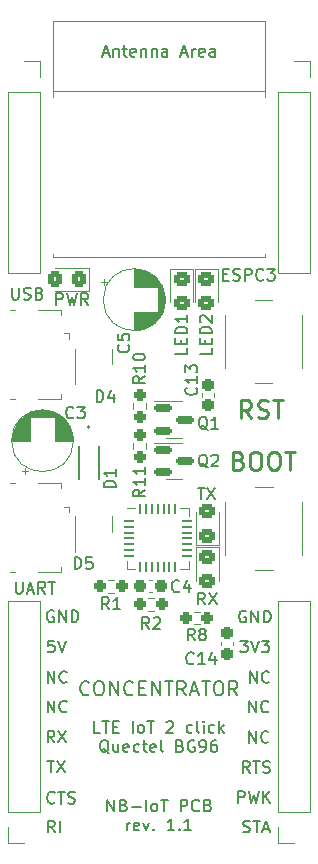
<source format=gto>
%TF.GenerationSoftware,KiCad,Pcbnew,(6.0.8)*%
%TF.CreationDate,2023-01-13T13:27:25+01:00*%
%TF.ProjectId,NB-IoT_PCB_rev_1_1,4e422d49-6f54-45f5-9043-425f7265765f,rev?*%
%TF.SameCoordinates,Original*%
%TF.FileFunction,Legend,Top*%
%TF.FilePolarity,Positive*%
%FSLAX46Y46*%
G04 Gerber Fmt 4.6, Leading zero omitted, Abs format (unit mm)*
G04 Created by KiCad (PCBNEW (6.0.8)) date 2023-01-13 13:27:25*
%MOMM*%
%LPD*%
G01*
G04 APERTURE LIST*
G04 Aperture macros list*
%AMRoundRect*
0 Rectangle with rounded corners*
0 $1 Rounding radius*
0 $2 $3 $4 $5 $6 $7 $8 $9 X,Y pos of 4 corners*
0 Add a 4 corners polygon primitive as box body*
4,1,4,$2,$3,$4,$5,$6,$7,$8,$9,$2,$3,0*
0 Add four circle primitives for the rounded corners*
1,1,$1+$1,$2,$3*
1,1,$1+$1,$4,$5*
1,1,$1+$1,$6,$7*
1,1,$1+$1,$8,$9*
0 Add four rect primitives between the rounded corners*
20,1,$1+$1,$2,$3,$4,$5,0*
20,1,$1+$1,$4,$5,$6,$7,0*
20,1,$1+$1,$6,$7,$8,$9,0*
20,1,$1+$1,$8,$9,$2,$3,0*%
G04 Aperture macros list end*
%ADD10C,0.150000*%
%ADD11C,0.200000*%
%ADD12C,0.250000*%
%ADD13C,0.120000*%
%ADD14C,0.127000*%
%ADD15C,0.800000*%
%ADD16C,6.400000*%
%ADD17R,1.700000X1.700000*%
%ADD18O,1.700000X1.700000*%
%ADD19O,0.950000X1.250000*%
%ADD20R,1.550000X1.200000*%
%ADD21R,1.550000X1.500000*%
%ADD22O,1.550000X0.890000*%
%ADD23R,1.350000X0.400000*%
%ADD24R,1.600000X1.600000*%
%ADD25C,1.600000*%
%ADD26RoundRect,0.250000X-0.450000X0.325000X-0.450000X-0.325000X0.450000X-0.325000X0.450000X0.325000X0*%
%ADD27RoundRect,0.250000X0.325000X0.450000X-0.325000X0.450000X-0.325000X-0.450000X0.325000X-0.450000X0*%
%ADD28RoundRect,0.150000X-0.587500X-0.150000X0.587500X-0.150000X0.587500X0.150000X-0.587500X0.150000X0*%
%ADD29RoundRect,0.237500X-0.237500X0.250000X-0.237500X-0.250000X0.237500X-0.250000X0.237500X0.250000X0*%
%ADD30RoundRect,0.237500X-0.237500X0.300000X-0.237500X-0.300000X0.237500X-0.300000X0.237500X0.300000X0*%
%ADD31RoundRect,0.237500X-0.250000X-0.237500X0.250000X-0.237500X0.250000X0.237500X-0.250000X0.237500X0*%
%ADD32R,3.350000X3.350000*%
%ADD33RoundRect,0.062500X-0.062500X-0.337500X0.062500X-0.337500X0.062500X0.337500X-0.062500X0.337500X0*%
%ADD34RoundRect,0.062500X-0.337500X-0.062500X0.337500X-0.062500X0.337500X0.062500X-0.337500X0.062500X0*%
%ADD35RoundRect,0.237500X0.250000X0.237500X-0.250000X0.237500X-0.250000X-0.237500X0.250000X-0.237500X0*%
%ADD36RoundRect,0.237500X0.237500X-0.300000X0.237500X0.300000X-0.237500X0.300000X-0.237500X-0.300000X0*%
%ADD37RoundRect,0.250000X0.450000X-0.325000X0.450000X0.325000X-0.450000X0.325000X-0.450000X-0.325000X0*%
%ADD38R,0.730000X1.210000*%
%ADD39C,2.000000*%
%ADD40R,1.500000X0.900000*%
%ADD41R,0.700000X0.700000*%
%ADD42RoundRect,0.237500X0.300000X0.237500X-0.300000X0.237500X-0.300000X-0.237500X0.300000X-0.237500X0*%
%ADD43R,1.000000X1.700000*%
%ADD44R,0.600000X1.700000*%
%ADD45RoundRect,0.237500X0.237500X-0.250000X0.237500X0.250000X-0.237500X0.250000X-0.237500X-0.250000X0*%
G04 APERTURE END LIST*
D10*
X102748095Y-155540000D02*
X102652857Y-155492380D01*
X102510000Y-155492380D01*
X102367142Y-155540000D01*
X102271904Y-155635238D01*
X102224285Y-155730476D01*
X102176666Y-155920952D01*
X102176666Y-156063809D01*
X102224285Y-156254285D01*
X102271904Y-156349523D01*
X102367142Y-156444761D01*
X102510000Y-156492380D01*
X102605238Y-156492380D01*
X102748095Y-156444761D01*
X102795714Y-156397142D01*
X102795714Y-156063809D01*
X102605238Y-156063809D01*
X103224285Y-156492380D02*
X103224285Y-155492380D01*
X103795714Y-156492380D01*
X103795714Y-155492380D01*
X104271904Y-156492380D02*
X104271904Y-155492380D01*
X104510000Y-155492380D01*
X104652857Y-155540000D01*
X104748095Y-155635238D01*
X104795714Y-155730476D01*
X104843333Y-155920952D01*
X104843333Y-156063809D01*
X104795714Y-156254285D01*
X104748095Y-156349523D01*
X104652857Y-156444761D01*
X104510000Y-156492380D01*
X104271904Y-156492380D01*
X102236685Y-161640780D02*
X102236685Y-160640780D01*
X102808114Y-161640780D01*
X102808114Y-160640780D01*
X103855733Y-161545542D02*
X103808114Y-161593161D01*
X103665257Y-161640780D01*
X103570019Y-161640780D01*
X103427161Y-161593161D01*
X103331923Y-161497923D01*
X103284304Y-161402685D01*
X103236685Y-161212209D01*
X103236685Y-161069352D01*
X103284304Y-160878876D01*
X103331923Y-160783638D01*
X103427161Y-160688400D01*
X103570019Y-160640780D01*
X103665257Y-160640780D01*
X103808114Y-160688400D01*
X103855733Y-160736019D01*
X106682209Y-165857180D02*
X106206019Y-165857180D01*
X106206019Y-164857180D01*
X106872685Y-164857180D02*
X107444114Y-164857180D01*
X107158400Y-165857180D02*
X107158400Y-164857180D01*
X107777447Y-165333371D02*
X108110780Y-165333371D01*
X108253638Y-165857180D02*
X107777447Y-165857180D01*
X107777447Y-164857180D01*
X108253638Y-164857180D01*
X109444114Y-165857180D02*
X109444114Y-164857180D01*
X110063161Y-165857180D02*
X109967923Y-165809561D01*
X109920304Y-165761942D01*
X109872685Y-165666704D01*
X109872685Y-165380990D01*
X109920304Y-165285752D01*
X109967923Y-165238133D01*
X110063161Y-165190514D01*
X110206019Y-165190514D01*
X110301257Y-165238133D01*
X110348876Y-165285752D01*
X110396495Y-165380990D01*
X110396495Y-165666704D01*
X110348876Y-165761942D01*
X110301257Y-165809561D01*
X110206019Y-165857180D01*
X110063161Y-165857180D01*
X110682209Y-164857180D02*
X111253638Y-164857180D01*
X110967923Y-165857180D02*
X110967923Y-164857180D01*
X112301257Y-164952419D02*
X112348876Y-164904800D01*
X112444114Y-164857180D01*
X112682209Y-164857180D01*
X112777447Y-164904800D01*
X112825066Y-164952419D01*
X112872685Y-165047657D01*
X112872685Y-165142895D01*
X112825066Y-165285752D01*
X112253638Y-165857180D01*
X112872685Y-165857180D01*
X114491733Y-165809561D02*
X114396495Y-165857180D01*
X114206019Y-165857180D01*
X114110780Y-165809561D01*
X114063161Y-165761942D01*
X114015542Y-165666704D01*
X114015542Y-165380990D01*
X114063161Y-165285752D01*
X114110780Y-165238133D01*
X114206019Y-165190514D01*
X114396495Y-165190514D01*
X114491733Y-165238133D01*
X115063161Y-165857180D02*
X114967923Y-165809561D01*
X114920304Y-165714323D01*
X114920304Y-164857180D01*
X115444114Y-165857180D02*
X115444114Y-165190514D01*
X115444114Y-164857180D02*
X115396495Y-164904800D01*
X115444114Y-164952419D01*
X115491733Y-164904800D01*
X115444114Y-164857180D01*
X115444114Y-164952419D01*
X116348876Y-165809561D02*
X116253638Y-165857180D01*
X116063161Y-165857180D01*
X115967923Y-165809561D01*
X115920304Y-165761942D01*
X115872685Y-165666704D01*
X115872685Y-165380990D01*
X115920304Y-165285752D01*
X115967923Y-165238133D01*
X116063161Y-165190514D01*
X116253638Y-165190514D01*
X116348876Y-165238133D01*
X116777447Y-165857180D02*
X116777447Y-164857180D01*
X116872685Y-165476228D02*
X117158400Y-165857180D01*
X117158400Y-165190514D02*
X116777447Y-165571466D01*
X107420304Y-167578019D02*
X107325066Y-167530400D01*
X107229828Y-167435161D01*
X107086971Y-167292304D01*
X106991733Y-167244685D01*
X106896495Y-167244685D01*
X106944114Y-167482780D02*
X106848876Y-167435161D01*
X106753638Y-167339923D01*
X106706019Y-167149447D01*
X106706019Y-166816114D01*
X106753638Y-166625638D01*
X106848876Y-166530400D01*
X106944114Y-166482780D01*
X107134590Y-166482780D01*
X107229828Y-166530400D01*
X107325066Y-166625638D01*
X107372685Y-166816114D01*
X107372685Y-167149447D01*
X107325066Y-167339923D01*
X107229828Y-167435161D01*
X107134590Y-167482780D01*
X106944114Y-167482780D01*
X108229828Y-166816114D02*
X108229828Y-167482780D01*
X107801257Y-166816114D02*
X107801257Y-167339923D01*
X107848876Y-167435161D01*
X107944114Y-167482780D01*
X108086971Y-167482780D01*
X108182209Y-167435161D01*
X108229828Y-167387542D01*
X109086971Y-167435161D02*
X108991733Y-167482780D01*
X108801257Y-167482780D01*
X108706019Y-167435161D01*
X108658400Y-167339923D01*
X108658400Y-166958971D01*
X108706019Y-166863733D01*
X108801257Y-166816114D01*
X108991733Y-166816114D01*
X109086971Y-166863733D01*
X109134590Y-166958971D01*
X109134590Y-167054209D01*
X108658400Y-167149447D01*
X109991733Y-167435161D02*
X109896495Y-167482780D01*
X109706019Y-167482780D01*
X109610780Y-167435161D01*
X109563161Y-167387542D01*
X109515542Y-167292304D01*
X109515542Y-167006590D01*
X109563161Y-166911352D01*
X109610780Y-166863733D01*
X109706019Y-166816114D01*
X109896495Y-166816114D01*
X109991733Y-166863733D01*
X110277447Y-166816114D02*
X110658400Y-166816114D01*
X110420304Y-166482780D02*
X110420304Y-167339923D01*
X110467923Y-167435161D01*
X110563161Y-167482780D01*
X110658400Y-167482780D01*
X111372685Y-167435161D02*
X111277447Y-167482780D01*
X111086971Y-167482780D01*
X110991733Y-167435161D01*
X110944114Y-167339923D01*
X110944114Y-166958971D01*
X110991733Y-166863733D01*
X111086971Y-166816114D01*
X111277447Y-166816114D01*
X111372685Y-166863733D01*
X111420304Y-166958971D01*
X111420304Y-167054209D01*
X110944114Y-167149447D01*
X111991733Y-167482780D02*
X111896495Y-167435161D01*
X111848876Y-167339923D01*
X111848876Y-166482780D01*
X113467923Y-166958971D02*
X113610780Y-167006590D01*
X113658400Y-167054209D01*
X113706019Y-167149447D01*
X113706019Y-167292304D01*
X113658400Y-167387542D01*
X113610780Y-167435161D01*
X113515542Y-167482780D01*
X113134590Y-167482780D01*
X113134590Y-166482780D01*
X113467923Y-166482780D01*
X113563161Y-166530400D01*
X113610780Y-166578019D01*
X113658400Y-166673257D01*
X113658400Y-166768495D01*
X113610780Y-166863733D01*
X113563161Y-166911352D01*
X113467923Y-166958971D01*
X113134590Y-166958971D01*
X114658400Y-166530400D02*
X114563161Y-166482780D01*
X114420304Y-166482780D01*
X114277447Y-166530400D01*
X114182209Y-166625638D01*
X114134590Y-166720876D01*
X114086971Y-166911352D01*
X114086971Y-167054209D01*
X114134590Y-167244685D01*
X114182209Y-167339923D01*
X114277447Y-167435161D01*
X114420304Y-167482780D01*
X114515542Y-167482780D01*
X114658400Y-167435161D01*
X114706019Y-167387542D01*
X114706019Y-167054209D01*
X114515542Y-167054209D01*
X115182209Y-167482780D02*
X115372685Y-167482780D01*
X115467923Y-167435161D01*
X115515542Y-167387542D01*
X115610780Y-167244685D01*
X115658400Y-167054209D01*
X115658400Y-166673257D01*
X115610780Y-166578019D01*
X115563161Y-166530400D01*
X115467923Y-166482780D01*
X115277447Y-166482780D01*
X115182209Y-166530400D01*
X115134590Y-166578019D01*
X115086971Y-166673257D01*
X115086971Y-166911352D01*
X115134590Y-167006590D01*
X115182209Y-167054209D01*
X115277447Y-167101828D01*
X115467923Y-167101828D01*
X115563161Y-167054209D01*
X115610780Y-167006590D01*
X115658400Y-166911352D01*
X116515542Y-166482780D02*
X116325066Y-166482780D01*
X116229828Y-166530400D01*
X116182209Y-166578019D01*
X116086971Y-166720876D01*
X116039352Y-166911352D01*
X116039352Y-167292304D01*
X116086971Y-167387542D01*
X116134590Y-167435161D01*
X116229828Y-167482780D01*
X116420304Y-167482780D01*
X116515542Y-167435161D01*
X116563161Y-167387542D01*
X116610780Y-167292304D01*
X116610780Y-167054209D01*
X116563161Y-166958971D01*
X116515542Y-166911352D01*
X116420304Y-166863733D01*
X116229828Y-166863733D01*
X116134590Y-166911352D01*
X116086971Y-166958971D01*
X116039352Y-167054209D01*
X102830380Y-171756342D02*
X102782761Y-171803961D01*
X102639904Y-171851580D01*
X102544666Y-171851580D01*
X102401809Y-171803961D01*
X102306571Y-171708723D01*
X102258952Y-171613485D01*
X102211333Y-171423009D01*
X102211333Y-171280152D01*
X102258952Y-171089676D01*
X102306571Y-170994438D01*
X102401809Y-170899200D01*
X102544666Y-170851580D01*
X102639904Y-170851580D01*
X102782761Y-170899200D01*
X102830380Y-170946819D01*
X103116095Y-170851580D02*
X103687523Y-170851580D01*
X103401809Y-171851580D02*
X103401809Y-170851580D01*
X103973238Y-171803961D02*
X104116095Y-171851580D01*
X104354190Y-171851580D01*
X104449428Y-171803961D01*
X104497047Y-171756342D01*
X104544666Y-171661104D01*
X104544666Y-171565866D01*
X104497047Y-171470628D01*
X104449428Y-171423009D01*
X104354190Y-171375390D01*
X104163714Y-171327771D01*
X104068476Y-171280152D01*
X104020857Y-171232533D01*
X103973238Y-171137295D01*
X103973238Y-171042057D01*
X104020857Y-170946819D01*
X104068476Y-170899200D01*
X104163714Y-170851580D01*
X104401809Y-170851580D01*
X104544666Y-170899200D01*
X119305485Y-164129980D02*
X119305485Y-163129980D01*
X119876914Y-164129980D01*
X119876914Y-163129980D01*
X120924533Y-164034742D02*
X120876914Y-164082361D01*
X120734057Y-164129980D01*
X120638819Y-164129980D01*
X120495961Y-164082361D01*
X120400723Y-163987123D01*
X120353104Y-163891885D01*
X120305485Y-163701409D01*
X120305485Y-163558552D01*
X120353104Y-163368076D01*
X120400723Y-163272838D01*
X120495961Y-163177600D01*
X120638819Y-163129980D01*
X120734057Y-163129980D01*
X120876914Y-163177600D01*
X120924533Y-163225219D01*
X102839828Y-174289980D02*
X102506495Y-173813790D01*
X102268400Y-174289980D02*
X102268400Y-173289980D01*
X102649352Y-173289980D01*
X102744590Y-173337600D01*
X102792209Y-173385219D01*
X102839828Y-173480457D01*
X102839828Y-173623314D01*
X102792209Y-173718552D01*
X102744590Y-173766171D01*
X102649352Y-173813790D01*
X102268400Y-173813790D01*
X103268400Y-174289980D02*
X103268400Y-173289980D01*
X118351466Y-171800780D02*
X118351466Y-170800780D01*
X118732419Y-170800780D01*
X118827657Y-170848400D01*
X118875276Y-170896019D01*
X118922895Y-170991257D01*
X118922895Y-171134114D01*
X118875276Y-171229352D01*
X118827657Y-171276971D01*
X118732419Y-171324590D01*
X118351466Y-171324590D01*
X119256228Y-170800780D02*
X119494323Y-171800780D01*
X119684800Y-171086495D01*
X119875276Y-171800780D01*
X120113371Y-170800780D01*
X120494323Y-171800780D02*
X120494323Y-170800780D01*
X121065752Y-171800780D02*
X120637180Y-171229352D01*
X121065752Y-170800780D02*
X120494323Y-171372209D01*
X102209695Y-168209980D02*
X102781123Y-168209980D01*
X102495409Y-169209980D02*
X102495409Y-168209980D01*
X103019219Y-168209980D02*
X103685885Y-169209980D01*
X103685885Y-168209980D02*
X103019219Y-169209980D01*
D11*
X117083333Y-127048571D02*
X117416666Y-127048571D01*
X117559523Y-127572380D02*
X117083333Y-127572380D01*
X117083333Y-126572380D01*
X117559523Y-126572380D01*
X117940476Y-127524761D02*
X118083333Y-127572380D01*
X118321428Y-127572380D01*
X118416666Y-127524761D01*
X118464285Y-127477142D01*
X118511904Y-127381904D01*
X118511904Y-127286666D01*
X118464285Y-127191428D01*
X118416666Y-127143809D01*
X118321428Y-127096190D01*
X118130952Y-127048571D01*
X118035714Y-127000952D01*
X117988095Y-126953333D01*
X117940476Y-126858095D01*
X117940476Y-126762857D01*
X117988095Y-126667619D01*
X118035714Y-126620000D01*
X118130952Y-126572380D01*
X118369047Y-126572380D01*
X118511904Y-126620000D01*
X118940476Y-127572380D02*
X118940476Y-126572380D01*
X119321428Y-126572380D01*
X119416666Y-126620000D01*
X119464285Y-126667619D01*
X119511904Y-126762857D01*
X119511904Y-126905714D01*
X119464285Y-127000952D01*
X119416666Y-127048571D01*
X119321428Y-127096190D01*
X118940476Y-127096190D01*
X120511904Y-127477142D02*
X120464285Y-127524761D01*
X120321428Y-127572380D01*
X120226190Y-127572380D01*
X120083333Y-127524761D01*
X119988095Y-127429523D01*
X119940476Y-127334285D01*
X119892857Y-127143809D01*
X119892857Y-127000952D01*
X119940476Y-126810476D01*
X119988095Y-126715238D01*
X120083333Y-126620000D01*
X120226190Y-126572380D01*
X120321428Y-126572380D01*
X120464285Y-126620000D01*
X120511904Y-126667619D01*
X120845238Y-126572380D02*
X121464285Y-126572380D01*
X121130952Y-126953333D01*
X121273809Y-126953333D01*
X121369047Y-127000952D01*
X121416666Y-127048571D01*
X121464285Y-127143809D01*
X121464285Y-127381904D01*
X121416666Y-127477142D01*
X121369047Y-127524761D01*
X121273809Y-127572380D01*
X120988095Y-127572380D01*
X120892857Y-127524761D01*
X120845238Y-127477142D01*
D10*
X118548304Y-158049980D02*
X119167352Y-158049980D01*
X118834019Y-158430933D01*
X118976876Y-158430933D01*
X119072114Y-158478552D01*
X119119733Y-158526171D01*
X119167352Y-158621409D01*
X119167352Y-158859504D01*
X119119733Y-158954742D01*
X119072114Y-159002361D01*
X118976876Y-159049980D01*
X118691161Y-159049980D01*
X118595923Y-159002361D01*
X118548304Y-158954742D01*
X119453066Y-158049980D02*
X119786400Y-159049980D01*
X120119733Y-158049980D01*
X120357828Y-158049980D02*
X120976876Y-158049980D01*
X120643542Y-158430933D01*
X120786400Y-158430933D01*
X120881638Y-158478552D01*
X120929257Y-158526171D01*
X120976876Y-158621409D01*
X120976876Y-158859504D01*
X120929257Y-158954742D01*
X120881638Y-159002361D01*
X120786400Y-159049980D01*
X120500685Y-159049980D01*
X120405447Y-159002361D01*
X120357828Y-158954742D01*
X107301257Y-172519780D02*
X107301257Y-171519780D01*
X107872685Y-172519780D01*
X107872685Y-171519780D01*
X108682209Y-171995971D02*
X108825066Y-172043590D01*
X108872685Y-172091209D01*
X108920304Y-172186447D01*
X108920304Y-172329304D01*
X108872685Y-172424542D01*
X108825066Y-172472161D01*
X108729828Y-172519780D01*
X108348876Y-172519780D01*
X108348876Y-171519780D01*
X108682209Y-171519780D01*
X108777447Y-171567400D01*
X108825066Y-171615019D01*
X108872685Y-171710257D01*
X108872685Y-171805495D01*
X108825066Y-171900733D01*
X108777447Y-171948352D01*
X108682209Y-171995971D01*
X108348876Y-171995971D01*
X109348876Y-172138828D02*
X110110780Y-172138828D01*
X110586971Y-172519780D02*
X110586971Y-171519780D01*
X111206019Y-172519780D02*
X111110780Y-172472161D01*
X111063161Y-172424542D01*
X111015542Y-172329304D01*
X111015542Y-172043590D01*
X111063161Y-171948352D01*
X111110780Y-171900733D01*
X111206019Y-171853114D01*
X111348876Y-171853114D01*
X111444114Y-171900733D01*
X111491733Y-171948352D01*
X111539352Y-172043590D01*
X111539352Y-172329304D01*
X111491733Y-172424542D01*
X111444114Y-172472161D01*
X111348876Y-172519780D01*
X111206019Y-172519780D01*
X111825066Y-171519780D02*
X112396495Y-171519780D01*
X112110780Y-172519780D02*
X112110780Y-171519780D01*
X113491733Y-172519780D02*
X113491733Y-171519780D01*
X113872685Y-171519780D01*
X113967923Y-171567400D01*
X114015542Y-171615019D01*
X114063161Y-171710257D01*
X114063161Y-171853114D01*
X114015542Y-171948352D01*
X113967923Y-171995971D01*
X113872685Y-172043590D01*
X113491733Y-172043590D01*
X115063161Y-172424542D02*
X115015542Y-172472161D01*
X114872685Y-172519780D01*
X114777447Y-172519780D01*
X114634590Y-172472161D01*
X114539352Y-172376923D01*
X114491733Y-172281685D01*
X114444114Y-172091209D01*
X114444114Y-171948352D01*
X114491733Y-171757876D01*
X114539352Y-171662638D01*
X114634590Y-171567400D01*
X114777447Y-171519780D01*
X114872685Y-171519780D01*
X115015542Y-171567400D01*
X115063161Y-171615019D01*
X115825066Y-171995971D02*
X115967923Y-172043590D01*
X116015542Y-172091209D01*
X116063161Y-172186447D01*
X116063161Y-172329304D01*
X116015542Y-172424542D01*
X115967923Y-172472161D01*
X115872685Y-172519780D01*
X115491733Y-172519780D01*
X115491733Y-171519780D01*
X115825066Y-171519780D01*
X115920304Y-171567400D01*
X115967923Y-171615019D01*
X116015542Y-171710257D01*
X116015542Y-171805495D01*
X115967923Y-171900733D01*
X115920304Y-171948352D01*
X115825066Y-171995971D01*
X115491733Y-171995971D01*
X108967923Y-174129780D02*
X108967923Y-173463114D01*
X108967923Y-173653590D02*
X109015542Y-173558352D01*
X109063161Y-173510733D01*
X109158400Y-173463114D01*
X109253638Y-173463114D01*
X109967923Y-174082161D02*
X109872685Y-174129780D01*
X109682209Y-174129780D01*
X109586971Y-174082161D01*
X109539352Y-173986923D01*
X109539352Y-173605971D01*
X109586971Y-173510733D01*
X109682209Y-173463114D01*
X109872685Y-173463114D01*
X109967923Y-173510733D01*
X110015542Y-173605971D01*
X110015542Y-173701209D01*
X109539352Y-173796447D01*
X110348876Y-173463114D02*
X110586971Y-174129780D01*
X110825066Y-173463114D01*
X111206019Y-174034542D02*
X111253638Y-174082161D01*
X111206019Y-174129780D01*
X111158400Y-174082161D01*
X111206019Y-174034542D01*
X111206019Y-174129780D01*
X112967923Y-174129780D02*
X112396495Y-174129780D01*
X112682209Y-174129780D02*
X112682209Y-173129780D01*
X112586971Y-173272638D01*
X112491733Y-173367876D01*
X112396495Y-173415495D01*
X113396495Y-174034542D02*
X113444114Y-174082161D01*
X113396495Y-174129780D01*
X113348876Y-174082161D01*
X113396495Y-174034542D01*
X113396495Y-174129780D01*
X114396495Y-174129780D02*
X113825066Y-174129780D01*
X114110780Y-174129780D02*
X114110780Y-173129780D01*
X114015542Y-173272638D01*
X113920304Y-173367876D01*
X113825066Y-173415495D01*
D11*
X102959066Y-129636780D02*
X102959066Y-128636780D01*
X103340019Y-128636780D01*
X103435257Y-128684400D01*
X103482876Y-128732019D01*
X103530495Y-128827257D01*
X103530495Y-128970114D01*
X103482876Y-129065352D01*
X103435257Y-129112971D01*
X103340019Y-129160590D01*
X102959066Y-129160590D01*
X103863828Y-128636780D02*
X104101923Y-129636780D01*
X104292400Y-128922495D01*
X104482876Y-129636780D01*
X104720971Y-128636780D01*
X105673352Y-129636780D02*
X105340019Y-129160590D01*
X105101923Y-129636780D02*
X105101923Y-128636780D01*
X105482876Y-128636780D01*
X105578114Y-128684400D01*
X105625733Y-128732019D01*
X105673352Y-128827257D01*
X105673352Y-128970114D01*
X105625733Y-129065352D01*
X105578114Y-129112971D01*
X105482876Y-129160590D01*
X105101923Y-129160590D01*
D10*
X119340380Y-169260780D02*
X119007047Y-168784590D01*
X118768952Y-169260780D02*
X118768952Y-168260780D01*
X119149904Y-168260780D01*
X119245142Y-168308400D01*
X119292761Y-168356019D01*
X119340380Y-168451257D01*
X119340380Y-168594114D01*
X119292761Y-168689352D01*
X119245142Y-168736971D01*
X119149904Y-168784590D01*
X118768952Y-168784590D01*
X119626095Y-168260780D02*
X120197523Y-168260780D01*
X119911809Y-169260780D02*
X119911809Y-168260780D01*
X120483238Y-169213161D02*
X120626095Y-169260780D01*
X120864190Y-169260780D01*
X120959428Y-169213161D01*
X121007047Y-169165542D01*
X121054666Y-169070304D01*
X121054666Y-168975066D01*
X121007047Y-168879828D01*
X120959428Y-168832209D01*
X120864190Y-168784590D01*
X120673714Y-168736971D01*
X120578476Y-168689352D01*
X120530857Y-168641733D01*
X120483238Y-168546495D01*
X120483238Y-168451257D01*
X120530857Y-168356019D01*
X120578476Y-168308400D01*
X120673714Y-168260780D01*
X120911809Y-168260780D01*
X121054666Y-168308400D01*
X119024495Y-155557600D02*
X118929257Y-155509980D01*
X118786400Y-155509980D01*
X118643542Y-155557600D01*
X118548304Y-155652838D01*
X118500685Y-155748076D01*
X118453066Y-155938552D01*
X118453066Y-156081409D01*
X118500685Y-156271885D01*
X118548304Y-156367123D01*
X118643542Y-156462361D01*
X118786400Y-156509980D01*
X118881638Y-156509980D01*
X119024495Y-156462361D01*
X119072114Y-156414742D01*
X119072114Y-156081409D01*
X118881638Y-156081409D01*
X119500685Y-156509980D02*
X119500685Y-155509980D01*
X120072114Y-156509980D01*
X120072114Y-155509980D01*
X120548304Y-156509980D02*
X120548304Y-155509980D01*
X120786400Y-155509980D01*
X120929257Y-155557600D01*
X121024495Y-155652838D01*
X121072114Y-155748076D01*
X121119733Y-155938552D01*
X121119733Y-156081409D01*
X121072114Y-156271885D01*
X121024495Y-156367123D01*
X120929257Y-156462361D01*
X120786400Y-156509980D01*
X120548304Y-156509980D01*
X102236685Y-164129980D02*
X102236685Y-163129980D01*
X102808114Y-164129980D01*
X102808114Y-163129980D01*
X103855733Y-164034742D02*
X103808114Y-164082361D01*
X103665257Y-164129980D01*
X103570019Y-164129980D01*
X103427161Y-164082361D01*
X103331923Y-163987123D01*
X103284304Y-163891885D01*
X103236685Y-163701409D01*
X103236685Y-163558552D01*
X103284304Y-163368076D01*
X103331923Y-163272838D01*
X103427161Y-163177600D01*
X103570019Y-163129980D01*
X103665257Y-163129980D01*
X103808114Y-163177600D01*
X103855733Y-163225219D01*
X102804933Y-166669980D02*
X102471600Y-166193790D01*
X102233504Y-166669980D02*
X102233504Y-165669980D01*
X102614457Y-165669980D01*
X102709695Y-165717600D01*
X102757314Y-165765219D01*
X102804933Y-165860457D01*
X102804933Y-166003314D01*
X102757314Y-166098552D01*
X102709695Y-166146171D01*
X102614457Y-166193790D01*
X102233504Y-166193790D01*
X103138266Y-165669980D02*
X103804933Y-166669980D01*
X103804933Y-165669980D02*
X103138266Y-166669980D01*
D12*
X118411085Y-142793257D02*
X118625371Y-142864685D01*
X118696800Y-142936114D01*
X118768228Y-143078971D01*
X118768228Y-143293257D01*
X118696800Y-143436114D01*
X118625371Y-143507542D01*
X118482514Y-143578971D01*
X117911085Y-143578971D01*
X117911085Y-142078971D01*
X118411085Y-142078971D01*
X118553942Y-142150400D01*
X118625371Y-142221828D01*
X118696800Y-142364685D01*
X118696800Y-142507542D01*
X118625371Y-142650400D01*
X118553942Y-142721828D01*
X118411085Y-142793257D01*
X117911085Y-142793257D01*
X119696800Y-142078971D02*
X119982514Y-142078971D01*
X120125371Y-142150400D01*
X120268228Y-142293257D01*
X120339657Y-142578971D01*
X120339657Y-143078971D01*
X120268228Y-143364685D01*
X120125371Y-143507542D01*
X119982514Y-143578971D01*
X119696800Y-143578971D01*
X119553942Y-143507542D01*
X119411085Y-143364685D01*
X119339657Y-143078971D01*
X119339657Y-142578971D01*
X119411085Y-142293257D01*
X119553942Y-142150400D01*
X119696800Y-142078971D01*
X121268228Y-142078971D02*
X121553942Y-142078971D01*
X121696800Y-142150400D01*
X121839657Y-142293257D01*
X121911085Y-142578971D01*
X121911085Y-143078971D01*
X121839657Y-143364685D01*
X121696800Y-143507542D01*
X121553942Y-143578971D01*
X121268228Y-143578971D01*
X121125371Y-143507542D01*
X120982514Y-143364685D01*
X120911085Y-143078971D01*
X120911085Y-142578971D01*
X120982514Y-142293257D01*
X121125371Y-142150400D01*
X121268228Y-142078971D01*
X122339657Y-142078971D02*
X123196800Y-142078971D01*
X122768228Y-143578971D02*
X122768228Y-142078971D01*
D11*
X99220495Y-128179580D02*
X99220495Y-128989104D01*
X99268114Y-129084342D01*
X99315733Y-129131961D01*
X99410971Y-129179580D01*
X99601447Y-129179580D01*
X99696685Y-129131961D01*
X99744304Y-129084342D01*
X99791923Y-128989104D01*
X99791923Y-128179580D01*
X100220495Y-129131961D02*
X100363352Y-129179580D01*
X100601447Y-129179580D01*
X100696685Y-129131961D01*
X100744304Y-129084342D01*
X100791923Y-128989104D01*
X100791923Y-128893866D01*
X100744304Y-128798628D01*
X100696685Y-128751009D01*
X100601447Y-128703390D01*
X100410971Y-128655771D01*
X100315733Y-128608152D01*
X100268114Y-128560533D01*
X100220495Y-128465295D01*
X100220495Y-128370057D01*
X100268114Y-128274819D01*
X100315733Y-128227200D01*
X100410971Y-128179580D01*
X100649066Y-128179580D01*
X100791923Y-128227200D01*
X101553828Y-128655771D02*
X101696685Y-128703390D01*
X101744304Y-128751009D01*
X101791923Y-128846247D01*
X101791923Y-128989104D01*
X101744304Y-129084342D01*
X101696685Y-129131961D01*
X101601447Y-129179580D01*
X101220495Y-129179580D01*
X101220495Y-128179580D01*
X101553828Y-128179580D01*
X101649066Y-128227200D01*
X101696685Y-128274819D01*
X101744304Y-128370057D01*
X101744304Y-128465295D01*
X101696685Y-128560533D01*
X101649066Y-128608152D01*
X101553828Y-128655771D01*
X101220495Y-128655771D01*
X105744114Y-162582171D02*
X105686971Y-162639314D01*
X105515542Y-162696457D01*
X105401257Y-162696457D01*
X105229828Y-162639314D01*
X105115542Y-162525028D01*
X105058400Y-162410742D01*
X105001257Y-162182171D01*
X105001257Y-162010742D01*
X105058400Y-161782171D01*
X105115542Y-161667885D01*
X105229828Y-161553600D01*
X105401257Y-161496457D01*
X105515542Y-161496457D01*
X105686971Y-161553600D01*
X105744114Y-161610742D01*
X106486971Y-161496457D02*
X106715542Y-161496457D01*
X106829828Y-161553600D01*
X106944114Y-161667885D01*
X107001257Y-161896457D01*
X107001257Y-162296457D01*
X106944114Y-162525028D01*
X106829828Y-162639314D01*
X106715542Y-162696457D01*
X106486971Y-162696457D01*
X106372685Y-162639314D01*
X106258400Y-162525028D01*
X106201257Y-162296457D01*
X106201257Y-161896457D01*
X106258400Y-161667885D01*
X106372685Y-161553600D01*
X106486971Y-161496457D01*
X107515542Y-162696457D02*
X107515542Y-161496457D01*
X108201257Y-162696457D01*
X108201257Y-161496457D01*
X109458400Y-162582171D02*
X109401257Y-162639314D01*
X109229828Y-162696457D01*
X109115542Y-162696457D01*
X108944114Y-162639314D01*
X108829828Y-162525028D01*
X108772685Y-162410742D01*
X108715542Y-162182171D01*
X108715542Y-162010742D01*
X108772685Y-161782171D01*
X108829828Y-161667885D01*
X108944114Y-161553600D01*
X109115542Y-161496457D01*
X109229828Y-161496457D01*
X109401257Y-161553600D01*
X109458400Y-161610742D01*
X109972685Y-162067885D02*
X110372685Y-162067885D01*
X110544114Y-162696457D02*
X109972685Y-162696457D01*
X109972685Y-161496457D01*
X110544114Y-161496457D01*
X111058400Y-162696457D02*
X111058400Y-161496457D01*
X111744114Y-162696457D01*
X111744114Y-161496457D01*
X112144114Y-161496457D02*
X112829828Y-161496457D01*
X112486971Y-162696457D02*
X112486971Y-161496457D01*
X113915542Y-162696457D02*
X113515542Y-162125028D01*
X113229828Y-162696457D02*
X113229828Y-161496457D01*
X113686971Y-161496457D01*
X113801257Y-161553600D01*
X113858400Y-161610742D01*
X113915542Y-161725028D01*
X113915542Y-161896457D01*
X113858400Y-162010742D01*
X113801257Y-162067885D01*
X113686971Y-162125028D01*
X113229828Y-162125028D01*
X114372685Y-162353600D02*
X114944114Y-162353600D01*
X114258400Y-162696457D02*
X114658400Y-161496457D01*
X115058400Y-162696457D01*
X115286971Y-161496457D02*
X115972685Y-161496457D01*
X115629828Y-162696457D02*
X115629828Y-161496457D01*
X116601257Y-161496457D02*
X116829828Y-161496457D01*
X116944114Y-161553600D01*
X117058400Y-161667885D01*
X117115542Y-161896457D01*
X117115542Y-162296457D01*
X117058400Y-162525028D01*
X116944114Y-162639314D01*
X116829828Y-162696457D01*
X116601257Y-162696457D01*
X116486971Y-162639314D01*
X116372685Y-162525028D01*
X116315542Y-162296457D01*
X116315542Y-161896457D01*
X116372685Y-161667885D01*
X116486971Y-161553600D01*
X116601257Y-161496457D01*
X118315542Y-162696457D02*
X117915542Y-162125028D01*
X117629828Y-162696457D02*
X117629828Y-161496457D01*
X118086971Y-161496457D01*
X118201257Y-161553600D01*
X118258400Y-161610742D01*
X118315542Y-161725028D01*
X118315542Y-161896457D01*
X118258400Y-162010742D01*
X118201257Y-162067885D01*
X118086971Y-162125028D01*
X117629828Y-162125028D01*
D10*
X115555733Y-154985980D02*
X115222400Y-154509790D01*
X114984304Y-154985980D02*
X114984304Y-153985980D01*
X115365257Y-153985980D01*
X115460495Y-154033600D01*
X115508114Y-154081219D01*
X115555733Y-154176457D01*
X115555733Y-154319314D01*
X115508114Y-154414552D01*
X115460495Y-154462171D01*
X115365257Y-154509790D01*
X114984304Y-154509790D01*
X115889066Y-153985980D02*
X116555733Y-154985980D01*
X116555733Y-153985980D02*
X115889066Y-154985980D01*
X119356285Y-161640780D02*
X119356285Y-160640780D01*
X119927714Y-161640780D01*
X119927714Y-160640780D01*
X120975333Y-161545542D02*
X120927714Y-161593161D01*
X120784857Y-161640780D01*
X120689619Y-161640780D01*
X120546761Y-161593161D01*
X120451523Y-161497923D01*
X120403904Y-161402685D01*
X120356285Y-161212209D01*
X120356285Y-161069352D01*
X120403904Y-160878876D01*
X120451523Y-160783638D01*
X120546761Y-160688400D01*
X120689619Y-160640780D01*
X120784857Y-160640780D01*
X120927714Y-160688400D01*
X120975333Y-160736019D01*
X102781123Y-158049980D02*
X102304933Y-158049980D01*
X102257314Y-158526171D01*
X102304933Y-158478552D01*
X102400171Y-158430933D01*
X102638266Y-158430933D01*
X102733504Y-158478552D01*
X102781123Y-158526171D01*
X102828742Y-158621409D01*
X102828742Y-158859504D01*
X102781123Y-158954742D01*
X102733504Y-159002361D01*
X102638266Y-159049980D01*
X102400171Y-159049980D01*
X102304933Y-159002361D01*
X102257314Y-158954742D01*
X103114457Y-158049980D02*
X103447790Y-159049980D01*
X103781123Y-158049980D01*
D11*
X99547561Y-153071580D02*
X99547561Y-153881104D01*
X99595180Y-153976342D01*
X99642800Y-154023961D01*
X99738038Y-154071580D01*
X99928514Y-154071580D01*
X100023752Y-154023961D01*
X100071371Y-153976342D01*
X100118990Y-153881104D01*
X100118990Y-153071580D01*
X100547561Y-153785866D02*
X101023752Y-153785866D01*
X100452323Y-154071580D02*
X100785657Y-153071580D01*
X101118990Y-154071580D01*
X102023752Y-154071580D02*
X101690419Y-153595390D01*
X101452323Y-154071580D02*
X101452323Y-153071580D01*
X101833276Y-153071580D01*
X101928514Y-153119200D01*
X101976133Y-153166819D01*
X102023752Y-153262057D01*
X102023752Y-153404914D01*
X101976133Y-153500152D01*
X101928514Y-153547771D01*
X101833276Y-153595390D01*
X101452323Y-153595390D01*
X102309466Y-153071580D02*
X102880895Y-153071580D01*
X102595180Y-154071580D02*
X102595180Y-153071580D01*
D12*
X119472971Y-139210171D02*
X118972971Y-138495885D01*
X118615828Y-139210171D02*
X118615828Y-137710171D01*
X119187257Y-137710171D01*
X119330114Y-137781600D01*
X119401542Y-137853028D01*
X119472971Y-137995885D01*
X119472971Y-138210171D01*
X119401542Y-138353028D01*
X119330114Y-138424457D01*
X119187257Y-138495885D01*
X118615828Y-138495885D01*
X120044400Y-139138742D02*
X120258685Y-139210171D01*
X120615828Y-139210171D01*
X120758685Y-139138742D01*
X120830114Y-139067314D01*
X120901542Y-138924457D01*
X120901542Y-138781600D01*
X120830114Y-138638742D01*
X120758685Y-138567314D01*
X120615828Y-138495885D01*
X120330114Y-138424457D01*
X120187257Y-138353028D01*
X120115828Y-138281600D01*
X120044400Y-138138742D01*
X120044400Y-137995885D01*
X120115828Y-137853028D01*
X120187257Y-137781600D01*
X120330114Y-137710171D01*
X120687257Y-137710171D01*
X120901542Y-137781600D01*
X121330114Y-137710171D02*
X122187257Y-137710171D01*
X121758685Y-139210171D02*
X121758685Y-137710171D01*
D10*
X118792761Y-174242361D02*
X118935619Y-174289980D01*
X119173714Y-174289980D01*
X119268952Y-174242361D01*
X119316571Y-174194742D01*
X119364190Y-174099504D01*
X119364190Y-174004266D01*
X119316571Y-173909028D01*
X119268952Y-173861409D01*
X119173714Y-173813790D01*
X118983238Y-173766171D01*
X118888000Y-173718552D01*
X118840380Y-173670933D01*
X118792761Y-173575695D01*
X118792761Y-173480457D01*
X118840380Y-173385219D01*
X118888000Y-173337600D01*
X118983238Y-173289980D01*
X119221333Y-173289980D01*
X119364190Y-173337600D01*
X119649904Y-173289980D02*
X120221333Y-173289980D01*
X119935619Y-174289980D02*
X119935619Y-173289980D01*
X120507047Y-174004266D02*
X120983238Y-174004266D01*
X120411809Y-174289980D02*
X120745142Y-173289980D01*
X121078476Y-174289980D01*
X114960495Y-145095980D02*
X115531923Y-145095980D01*
X115246209Y-146095980D02*
X115246209Y-145095980D01*
X115770019Y-145095980D02*
X116436685Y-146095980D01*
X116436685Y-145095980D02*
X115770019Y-146095980D01*
X119305485Y-166720780D02*
X119305485Y-165720780D01*
X119876914Y-166720780D01*
X119876914Y-165720780D01*
X120924533Y-166625542D02*
X120876914Y-166673161D01*
X120734057Y-166720780D01*
X120638819Y-166720780D01*
X120495961Y-166673161D01*
X120400723Y-166577923D01*
X120353104Y-166482685D01*
X120305485Y-166292209D01*
X120305485Y-166149352D01*
X120353104Y-165958876D01*
X120400723Y-165863638D01*
X120495961Y-165768400D01*
X120638819Y-165720780D01*
X120734057Y-165720780D01*
X120876914Y-165768400D01*
X120924533Y-165816019D01*
%TO.C,C5*%
X109069142Y-133008666D02*
X109116761Y-133056285D01*
X109164380Y-133199142D01*
X109164380Y-133294380D01*
X109116761Y-133437238D01*
X109021523Y-133532476D01*
X108926285Y-133580095D01*
X108735809Y-133627714D01*
X108592952Y-133627714D01*
X108402476Y-133580095D01*
X108307238Y-133532476D01*
X108212000Y-133437238D01*
X108164380Y-133294380D01*
X108164380Y-133199142D01*
X108212000Y-133056285D01*
X108259619Y-133008666D01*
X108164380Y-132103904D02*
X108164380Y-132580095D01*
X108640571Y-132627714D01*
X108592952Y-132580095D01*
X108545333Y-132484857D01*
X108545333Y-132246761D01*
X108592952Y-132151523D01*
X108640571Y-132103904D01*
X108735809Y-132056285D01*
X108973904Y-132056285D01*
X109069142Y-132103904D01*
X109116761Y-132151523D01*
X109164380Y-132246761D01*
X109164380Y-132484857D01*
X109116761Y-132580095D01*
X109069142Y-132627714D01*
D11*
%TO.C,LED1*%
X114066580Y-133275247D02*
X114066580Y-133751438D01*
X113066580Y-133751438D01*
X113542771Y-132941914D02*
X113542771Y-132608580D01*
X114066580Y-132465723D02*
X114066580Y-132941914D01*
X113066580Y-132941914D01*
X113066580Y-132465723D01*
X114066580Y-132037152D02*
X113066580Y-132037152D01*
X113066580Y-131799057D01*
X113114200Y-131656200D01*
X113209438Y-131560961D01*
X113304676Y-131513342D01*
X113495152Y-131465723D01*
X113638009Y-131465723D01*
X113828485Y-131513342D01*
X113923723Y-131560961D01*
X114018961Y-131656200D01*
X114066580Y-131799057D01*
X114066580Y-132037152D01*
X114066580Y-130513342D02*
X114066580Y-131084771D01*
X114066580Y-130799057D02*
X113066580Y-130799057D01*
X113209438Y-130894295D01*
X113304676Y-130989533D01*
X113352295Y-131084771D01*
D10*
%TO.C,Q1*%
X115779561Y-140196819D02*
X115684323Y-140149200D01*
X115589085Y-140053961D01*
X115446228Y-139911104D01*
X115350990Y-139863485D01*
X115255752Y-139863485D01*
X115303371Y-140101580D02*
X115208133Y-140053961D01*
X115112895Y-139958723D01*
X115065276Y-139768247D01*
X115065276Y-139434914D01*
X115112895Y-139244438D01*
X115208133Y-139149200D01*
X115303371Y-139101580D01*
X115493847Y-139101580D01*
X115589085Y-139149200D01*
X115684323Y-139244438D01*
X115731942Y-139434914D01*
X115731942Y-139768247D01*
X115684323Y-139958723D01*
X115589085Y-140053961D01*
X115493847Y-140101580D01*
X115303371Y-140101580D01*
X116684323Y-140101580D02*
X116112895Y-140101580D01*
X116398609Y-140101580D02*
X116398609Y-139101580D01*
X116303371Y-139244438D01*
X116208133Y-139339676D01*
X116112895Y-139387295D01*
%TO.C,R11*%
X110485180Y-145270457D02*
X110008990Y-145603790D01*
X110485180Y-145841885D02*
X109485180Y-145841885D01*
X109485180Y-145460933D01*
X109532800Y-145365695D01*
X109580419Y-145318076D01*
X109675657Y-145270457D01*
X109818514Y-145270457D01*
X109913752Y-145318076D01*
X109961371Y-145365695D01*
X110008990Y-145460933D01*
X110008990Y-145841885D01*
X110485180Y-144318076D02*
X110485180Y-144889504D01*
X110485180Y-144603790D02*
X109485180Y-144603790D01*
X109628038Y-144699028D01*
X109723276Y-144794266D01*
X109770895Y-144889504D01*
X110485180Y-143365695D02*
X110485180Y-143937123D01*
X110485180Y-143651409D02*
X109485180Y-143651409D01*
X109628038Y-143746647D01*
X109723276Y-143841885D01*
X109770895Y-143937123D01*
%TO.C,C13*%
X114809542Y-136634457D02*
X114857161Y-136682076D01*
X114904780Y-136824933D01*
X114904780Y-136920171D01*
X114857161Y-137063028D01*
X114761923Y-137158266D01*
X114666685Y-137205885D01*
X114476209Y-137253504D01*
X114333352Y-137253504D01*
X114142876Y-137205885D01*
X114047638Y-137158266D01*
X113952400Y-137063028D01*
X113904780Y-136920171D01*
X113904780Y-136824933D01*
X113952400Y-136682076D01*
X114000019Y-136634457D01*
X114904780Y-135682076D02*
X114904780Y-136253504D01*
X114904780Y-135967790D02*
X113904780Y-135967790D01*
X114047638Y-136063028D01*
X114142876Y-136158266D01*
X114190495Y-136253504D01*
X113904780Y-135348742D02*
X113904780Y-134729695D01*
X114285733Y-135063028D01*
X114285733Y-134920171D01*
X114333352Y-134824933D01*
X114380971Y-134777314D01*
X114476209Y-134729695D01*
X114714304Y-134729695D01*
X114809542Y-134777314D01*
X114857161Y-134824933D01*
X114904780Y-134920171D01*
X114904780Y-135205885D01*
X114857161Y-135301123D01*
X114809542Y-135348742D01*
%TO.C,R8*%
X114692133Y-158033980D02*
X114358800Y-157557790D01*
X114120704Y-158033980D02*
X114120704Y-157033980D01*
X114501657Y-157033980D01*
X114596895Y-157081600D01*
X114644514Y-157129219D01*
X114692133Y-157224457D01*
X114692133Y-157367314D01*
X114644514Y-157462552D01*
X114596895Y-157510171D01*
X114501657Y-157557790D01*
X114120704Y-157557790D01*
X115263561Y-157462552D02*
X115168323Y-157414933D01*
X115120704Y-157367314D01*
X115073085Y-157272076D01*
X115073085Y-157224457D01*
X115120704Y-157129219D01*
X115168323Y-157081600D01*
X115263561Y-157033980D01*
X115454038Y-157033980D01*
X115549276Y-157081600D01*
X115596895Y-157129219D01*
X115644514Y-157224457D01*
X115644514Y-157272076D01*
X115596895Y-157367314D01*
X115549276Y-157414933D01*
X115454038Y-157462552D01*
X115263561Y-157462552D01*
X115168323Y-157510171D01*
X115120704Y-157557790D01*
X115073085Y-157653028D01*
X115073085Y-157843504D01*
X115120704Y-157938742D01*
X115168323Y-157986361D01*
X115263561Y-158033980D01*
X115454038Y-158033980D01*
X115549276Y-157986361D01*
X115596895Y-157938742D01*
X115644514Y-157843504D01*
X115644514Y-157653028D01*
X115596895Y-157557790D01*
X115549276Y-157510171D01*
X115454038Y-157462552D01*
D11*
%TO.C,LED2*%
X116123980Y-133275247D02*
X116123980Y-133751438D01*
X115123980Y-133751438D01*
X115600171Y-132941914D02*
X115600171Y-132608580D01*
X116123980Y-132465723D02*
X116123980Y-132941914D01*
X115123980Y-132941914D01*
X115123980Y-132465723D01*
X116123980Y-132037152D02*
X115123980Y-132037152D01*
X115123980Y-131799057D01*
X115171600Y-131656200D01*
X115266838Y-131560961D01*
X115362076Y-131513342D01*
X115552552Y-131465723D01*
X115695409Y-131465723D01*
X115885885Y-131513342D01*
X115981123Y-131560961D01*
X116076361Y-131656200D01*
X116123980Y-131799057D01*
X116123980Y-132037152D01*
X115219219Y-131084771D02*
X115171600Y-131037152D01*
X115123980Y-130941914D01*
X115123980Y-130703819D01*
X115171600Y-130608580D01*
X115219219Y-130560961D01*
X115314457Y-130513342D01*
X115409695Y-130513342D01*
X115552552Y-130560961D01*
X116123980Y-131132390D01*
X116123980Y-130513342D01*
D10*
%TO.C,Q2*%
X115779561Y-143397219D02*
X115684323Y-143349600D01*
X115589085Y-143254361D01*
X115446228Y-143111504D01*
X115350990Y-143063885D01*
X115255752Y-143063885D01*
X115303371Y-143301980D02*
X115208133Y-143254361D01*
X115112895Y-143159123D01*
X115065276Y-142968647D01*
X115065276Y-142635314D01*
X115112895Y-142444838D01*
X115208133Y-142349600D01*
X115303371Y-142301980D01*
X115493847Y-142301980D01*
X115589085Y-142349600D01*
X115684323Y-142444838D01*
X115731942Y-142635314D01*
X115731942Y-142968647D01*
X115684323Y-143159123D01*
X115589085Y-143254361D01*
X115493847Y-143301980D01*
X115303371Y-143301980D01*
X116112895Y-142397219D02*
X116160514Y-142349600D01*
X116255752Y-142301980D01*
X116493847Y-142301980D01*
X116589085Y-142349600D01*
X116636704Y-142397219D01*
X116684323Y-142492457D01*
X116684323Y-142587695D01*
X116636704Y-142730552D01*
X116065276Y-143301980D01*
X116684323Y-143301980D01*
%TO.C,R1*%
X107427733Y-155392380D02*
X107094400Y-154916190D01*
X106856304Y-155392380D02*
X106856304Y-154392380D01*
X107237257Y-154392380D01*
X107332495Y-154440000D01*
X107380114Y-154487619D01*
X107427733Y-154582857D01*
X107427733Y-154725714D01*
X107380114Y-154820952D01*
X107332495Y-154868571D01*
X107237257Y-154916190D01*
X106856304Y-154916190D01*
X108380114Y-155392380D02*
X107808685Y-155392380D01*
X108094400Y-155392380D02*
X108094400Y-154392380D01*
X107999161Y-154535238D01*
X107903923Y-154630476D01*
X107808685Y-154678095D01*
%TO.C,C14*%
X114607142Y-159957142D02*
X114559523Y-160004761D01*
X114416666Y-160052380D01*
X114321428Y-160052380D01*
X114178571Y-160004761D01*
X114083333Y-159909523D01*
X114035714Y-159814285D01*
X113988095Y-159623809D01*
X113988095Y-159480952D01*
X114035714Y-159290476D01*
X114083333Y-159195238D01*
X114178571Y-159100000D01*
X114321428Y-159052380D01*
X114416666Y-159052380D01*
X114559523Y-159100000D01*
X114607142Y-159147619D01*
X115559523Y-160052380D02*
X114988095Y-160052380D01*
X115273809Y-160052380D02*
X115273809Y-159052380D01*
X115178571Y-159195238D01*
X115083333Y-159290476D01*
X114988095Y-159338095D01*
X116416666Y-159385714D02*
X116416666Y-160052380D01*
X116178571Y-159004761D02*
X115940476Y-159719047D01*
X116559523Y-159719047D01*
%TO.C,D1*%
X107995980Y-145076095D02*
X106995980Y-145076095D01*
X106995980Y-144838000D01*
X107043600Y-144695142D01*
X107138838Y-144599904D01*
X107234076Y-144552285D01*
X107424552Y-144504666D01*
X107567409Y-144504666D01*
X107757885Y-144552285D01*
X107853123Y-144599904D01*
X107948361Y-144695142D01*
X107995980Y-144838000D01*
X107995980Y-145076095D01*
X107995980Y-143552285D02*
X107995980Y-144123714D01*
X107995980Y-143838000D02*
X106995980Y-143838000D01*
X107138838Y-143933238D01*
X107234076Y-144028476D01*
X107281695Y-144123714D01*
%TO.C,C3*%
X104430533Y-139142742D02*
X104382914Y-139190361D01*
X104240057Y-139237980D01*
X104144819Y-139237980D01*
X104001961Y-139190361D01*
X103906723Y-139095123D01*
X103859104Y-138999885D01*
X103811485Y-138809409D01*
X103811485Y-138666552D01*
X103859104Y-138476076D01*
X103906723Y-138380838D01*
X104001961Y-138285600D01*
X104144819Y-138237980D01*
X104240057Y-138237980D01*
X104382914Y-138285600D01*
X104430533Y-138333219D01*
X104763866Y-138237980D02*
X105382914Y-138237980D01*
X105049580Y-138618933D01*
X105192438Y-138618933D01*
X105287676Y-138666552D01*
X105335295Y-138714171D01*
X105382914Y-138809409D01*
X105382914Y-139047504D01*
X105335295Y-139142742D01*
X105287676Y-139190361D01*
X105192438Y-139237980D01*
X104906723Y-139237980D01*
X104811485Y-139190361D01*
X104763866Y-139142742D01*
%TO.C,U3*%
X106908095Y-108327666D02*
X107384285Y-108327666D01*
X106812857Y-108613380D02*
X107146190Y-107613380D01*
X107479523Y-108613380D01*
X107812857Y-107946714D02*
X107812857Y-108613380D01*
X107812857Y-108041952D02*
X107860476Y-107994333D01*
X107955714Y-107946714D01*
X108098571Y-107946714D01*
X108193809Y-107994333D01*
X108241428Y-108089571D01*
X108241428Y-108613380D01*
X108574761Y-107946714D02*
X108955714Y-107946714D01*
X108717619Y-107613380D02*
X108717619Y-108470523D01*
X108765238Y-108565761D01*
X108860476Y-108613380D01*
X108955714Y-108613380D01*
X109670000Y-108565761D02*
X109574761Y-108613380D01*
X109384285Y-108613380D01*
X109289047Y-108565761D01*
X109241428Y-108470523D01*
X109241428Y-108089571D01*
X109289047Y-107994333D01*
X109384285Y-107946714D01*
X109574761Y-107946714D01*
X109670000Y-107994333D01*
X109717619Y-108089571D01*
X109717619Y-108184809D01*
X109241428Y-108280047D01*
X110146190Y-107946714D02*
X110146190Y-108613380D01*
X110146190Y-108041952D02*
X110193809Y-107994333D01*
X110289047Y-107946714D01*
X110431904Y-107946714D01*
X110527142Y-107994333D01*
X110574761Y-108089571D01*
X110574761Y-108613380D01*
X111050952Y-107946714D02*
X111050952Y-108613380D01*
X111050952Y-108041952D02*
X111098571Y-107994333D01*
X111193809Y-107946714D01*
X111336666Y-107946714D01*
X111431904Y-107994333D01*
X111479523Y-108089571D01*
X111479523Y-108613380D01*
X112384285Y-108613380D02*
X112384285Y-108089571D01*
X112336666Y-107994333D01*
X112241428Y-107946714D01*
X112050952Y-107946714D01*
X111955714Y-107994333D01*
X112384285Y-108565761D02*
X112289047Y-108613380D01*
X112050952Y-108613380D01*
X111955714Y-108565761D01*
X111908095Y-108470523D01*
X111908095Y-108375285D01*
X111955714Y-108280047D01*
X112050952Y-108232428D01*
X112289047Y-108232428D01*
X112384285Y-108184809D01*
X113574761Y-108327666D02*
X114050952Y-108327666D01*
X113479523Y-108613380D02*
X113812857Y-107613380D01*
X114146190Y-108613380D01*
X114479523Y-108613380D02*
X114479523Y-107946714D01*
X114479523Y-108137190D02*
X114527142Y-108041952D01*
X114574761Y-107994333D01*
X114670000Y-107946714D01*
X114765238Y-107946714D01*
X115479523Y-108565761D02*
X115384285Y-108613380D01*
X115193809Y-108613380D01*
X115098571Y-108565761D01*
X115050952Y-108470523D01*
X115050952Y-108089571D01*
X115098571Y-107994333D01*
X115193809Y-107946714D01*
X115384285Y-107946714D01*
X115479523Y-107994333D01*
X115527142Y-108089571D01*
X115527142Y-108184809D01*
X115050952Y-108280047D01*
X116384285Y-108613380D02*
X116384285Y-108089571D01*
X116336666Y-107994333D01*
X116241428Y-107946714D01*
X116050952Y-107946714D01*
X115955714Y-107994333D01*
X116384285Y-108565761D02*
X116289047Y-108613380D01*
X116050952Y-108613380D01*
X115955714Y-108565761D01*
X115908095Y-108470523D01*
X115908095Y-108375285D01*
X115955714Y-108280047D01*
X116050952Y-108232428D01*
X116289047Y-108232428D01*
X116384285Y-108184809D01*
%TO.C,C4*%
X113383333Y-153857142D02*
X113335714Y-153904761D01*
X113192857Y-153952380D01*
X113097619Y-153952380D01*
X112954761Y-153904761D01*
X112859523Y-153809523D01*
X112811904Y-153714285D01*
X112764285Y-153523809D01*
X112764285Y-153380952D01*
X112811904Y-153190476D01*
X112859523Y-153095238D01*
X112954761Y-153000000D01*
X113097619Y-152952380D01*
X113192857Y-152952380D01*
X113335714Y-153000000D01*
X113383333Y-153047619D01*
X114240476Y-153285714D02*
X114240476Y-153952380D01*
X114002380Y-152904761D02*
X113764285Y-153619047D01*
X114383333Y-153619047D01*
%TO.C,D4*%
X106399104Y-137866380D02*
X106399104Y-136866380D01*
X106637200Y-136866380D01*
X106780057Y-136914000D01*
X106875295Y-137009238D01*
X106922914Y-137104476D01*
X106970533Y-137294952D01*
X106970533Y-137437809D01*
X106922914Y-137628285D01*
X106875295Y-137723523D01*
X106780057Y-137818761D01*
X106637200Y-137866380D01*
X106399104Y-137866380D01*
X107827676Y-137199714D02*
X107827676Y-137866380D01*
X107589580Y-136818761D02*
X107351485Y-137533047D01*
X107970533Y-137533047D01*
%TO.C,D5*%
X104519504Y-151988780D02*
X104519504Y-150988780D01*
X104757600Y-150988780D01*
X104900457Y-151036400D01*
X104995695Y-151131638D01*
X105043314Y-151226876D01*
X105090933Y-151417352D01*
X105090933Y-151560209D01*
X105043314Y-151750685D01*
X104995695Y-151845923D01*
X104900457Y-151941161D01*
X104757600Y-151988780D01*
X104519504Y-151988780D01*
X105995695Y-150988780D02*
X105519504Y-150988780D01*
X105471885Y-151464971D01*
X105519504Y-151417352D01*
X105614742Y-151369733D01*
X105852838Y-151369733D01*
X105948076Y-151417352D01*
X105995695Y-151464971D01*
X106043314Y-151560209D01*
X106043314Y-151798304D01*
X105995695Y-151893542D01*
X105948076Y-151941161D01*
X105852838Y-151988780D01*
X105614742Y-151988780D01*
X105519504Y-151941161D01*
X105471885Y-151893542D01*
%TO.C,R2*%
X110831333Y-157068780D02*
X110498000Y-156592590D01*
X110259904Y-157068780D02*
X110259904Y-156068780D01*
X110640857Y-156068780D01*
X110736095Y-156116400D01*
X110783714Y-156164019D01*
X110831333Y-156259257D01*
X110831333Y-156402114D01*
X110783714Y-156497352D01*
X110736095Y-156544971D01*
X110640857Y-156592590D01*
X110259904Y-156592590D01*
X111212285Y-156164019D02*
X111259904Y-156116400D01*
X111355142Y-156068780D01*
X111593238Y-156068780D01*
X111688476Y-156116400D01*
X111736095Y-156164019D01*
X111783714Y-156259257D01*
X111783714Y-156354495D01*
X111736095Y-156497352D01*
X111164666Y-157068780D01*
X111783714Y-157068780D01*
%TO.C,R10*%
X110485180Y-135669257D02*
X110008990Y-136002590D01*
X110485180Y-136240685D02*
X109485180Y-136240685D01*
X109485180Y-135859733D01*
X109532800Y-135764495D01*
X109580419Y-135716876D01*
X109675657Y-135669257D01*
X109818514Y-135669257D01*
X109913752Y-135716876D01*
X109961371Y-135764495D01*
X110008990Y-135859733D01*
X110008990Y-136240685D01*
X110485180Y-134716876D02*
X110485180Y-135288304D01*
X110485180Y-135002590D02*
X109485180Y-135002590D01*
X109628038Y-135097828D01*
X109723276Y-135193066D01*
X109770895Y-135288304D01*
X109485180Y-134097828D02*
X109485180Y-134002590D01*
X109532800Y-133907352D01*
X109580419Y-133859733D01*
X109675657Y-133812114D01*
X109866133Y-133764495D01*
X110104228Y-133764495D01*
X110294704Y-133812114D01*
X110389942Y-133859733D01*
X110437561Y-133907352D01*
X110485180Y-134002590D01*
X110485180Y-134097828D01*
X110437561Y-134193066D01*
X110389942Y-134240685D01*
X110294704Y-134288304D01*
X110104228Y-134335923D01*
X109866133Y-134335923D01*
X109675657Y-134288304D01*
X109580419Y-134240685D01*
X109532800Y-134193066D01*
X109485180Y-134097828D01*
D13*
%TO.C,J8*%
X101570000Y-109004000D02*
X101570000Y-110334000D01*
X98910000Y-111604000D02*
X98910000Y-126904000D01*
X100240000Y-109004000D02*
X101570000Y-109004000D01*
X98910000Y-111604000D02*
X101570000Y-111604000D01*
X101570000Y-111604000D02*
X101570000Y-126904000D01*
X98910000Y-126904000D02*
X101570000Y-126904000D01*
%TO.C,J7*%
X124430000Y-109004000D02*
X124430000Y-110334000D01*
X121770000Y-111604000D02*
X121770000Y-126904000D01*
X123100000Y-109004000D02*
X124430000Y-109004000D01*
X121770000Y-111604000D02*
X124430000Y-111604000D01*
X124430000Y-111604000D02*
X124430000Y-126904000D01*
X121770000Y-126904000D02*
X124430000Y-126904000D01*
%TO.C,J2*%
X103412400Y-152223000D02*
X103412400Y-151803000D01*
X101432400Y-152223000D02*
X103412400Y-152223000D01*
X101432400Y-144703000D02*
X103412400Y-144703000D01*
X104092400Y-147153000D02*
X104092400Y-146703000D01*
X99462400Y-152223000D02*
X99062400Y-152223000D01*
X103642400Y-146703000D02*
X104092400Y-146703000D01*
X99062400Y-144703000D02*
X99462400Y-144703000D01*
X103412400Y-144703000D02*
X103412400Y-145123000D01*
%TO.C,C5*%
X110850688Y-126937400D02*
X110850688Y-128144400D01*
X111690688Y-127684400D02*
X111690688Y-130684400D01*
X112130688Y-128666400D02*
X112130688Y-129702400D01*
X111210688Y-130224400D02*
X111210688Y-131188400D01*
X110570688Y-126802400D02*
X110570688Y-128144400D01*
X110970688Y-130224400D02*
X110970688Y-131359400D01*
X111810688Y-127865400D02*
X111810688Y-130503400D01*
X111330688Y-127283400D02*
X111330688Y-128144400D01*
X110330688Y-126716400D02*
X110330688Y-128144400D01*
X109769688Y-126611400D02*
X109769688Y-128144400D01*
X110770688Y-126894400D02*
X110770688Y-128144400D01*
X110089688Y-130224400D02*
X110089688Y-131712400D01*
X110009688Y-130224400D02*
X110009688Y-131727400D01*
X111450688Y-127399400D02*
X111450688Y-128144400D01*
X112170688Y-128900400D02*
X112170688Y-129468400D01*
X111090688Y-127089400D02*
X111090688Y-128144400D01*
X110850688Y-130224400D02*
X110850688Y-131431400D01*
X109849688Y-130224400D02*
X109849688Y-131749400D01*
X111970688Y-128173400D02*
X111970688Y-130195400D01*
X110370688Y-130224400D02*
X110370688Y-131639400D01*
X110410688Y-126742400D02*
X110410688Y-128144400D01*
X110169688Y-130224400D02*
X110169688Y-131695400D01*
X110290688Y-130224400D02*
X110290688Y-131664400D01*
X111010688Y-127035400D02*
X111010688Y-128144400D01*
X111050688Y-127062400D02*
X111050688Y-128144400D01*
X111370688Y-127320400D02*
X111370688Y-128144400D01*
X111770688Y-127801400D02*
X111770688Y-130567400D01*
X110129688Y-126664400D02*
X110129688Y-128144400D01*
X109809688Y-126615400D02*
X109809688Y-128144400D01*
X110730688Y-130224400D02*
X110730688Y-131494400D01*
X109729688Y-126608400D02*
X109729688Y-128144400D01*
X112050688Y-128379400D02*
X112050688Y-129989400D01*
X111850688Y-127933400D02*
X111850688Y-130435400D01*
X110770688Y-130224400D02*
X110770688Y-131474400D01*
X111170688Y-127149400D02*
X111170688Y-128144400D01*
X110450688Y-130224400D02*
X110450688Y-131612400D01*
X109969688Y-130224400D02*
X109969688Y-131734400D01*
X109569688Y-126604400D02*
X109569688Y-128144400D01*
X110490688Y-126770400D02*
X110490688Y-128144400D01*
X110450688Y-126756400D02*
X110450688Y-128144400D01*
X110410688Y-130224400D02*
X110410688Y-131626400D01*
X110290688Y-126704400D02*
X110290688Y-128144400D01*
X111170688Y-130224400D02*
X111170688Y-131219400D01*
X110049688Y-130224400D02*
X110049688Y-131720400D01*
X109649688Y-126605400D02*
X109649688Y-128144400D01*
X110970688Y-127009400D02*
X110970688Y-128144400D01*
X109609688Y-130224400D02*
X109609688Y-131764400D01*
X110890688Y-130224400D02*
X110890688Y-131408400D01*
X106764913Y-127709400D02*
X107264913Y-127709400D01*
X110370688Y-126729400D02*
X110370688Y-128144400D01*
X110169688Y-126673400D02*
X110169688Y-128144400D01*
X111330688Y-130224400D02*
X111330688Y-131085400D01*
X110690688Y-130224400D02*
X110690688Y-131513400D01*
X109649688Y-130224400D02*
X109649688Y-131763400D01*
X110610688Y-126819400D02*
X110610688Y-128144400D01*
X111010688Y-130224400D02*
X111010688Y-131333400D01*
X111610688Y-127579400D02*
X111610688Y-130789400D01*
X111370688Y-130224400D02*
X111370688Y-131048400D01*
X112090688Y-128507400D02*
X112090688Y-129861400D01*
X111290688Y-130224400D02*
X111290688Y-131121400D01*
X111890688Y-128006400D02*
X111890688Y-130362400D01*
X110209688Y-130224400D02*
X110209688Y-131685400D01*
X110049688Y-126648400D02*
X110049688Y-128144400D01*
X111250688Y-127213400D02*
X111250688Y-128144400D01*
X111410688Y-127358400D02*
X111410688Y-128144400D01*
X110890688Y-126960400D02*
X110890688Y-128144400D01*
X110530688Y-126786400D02*
X110530688Y-128144400D01*
X111530688Y-130224400D02*
X111530688Y-130883400D01*
X111450688Y-130224400D02*
X111450688Y-130969400D01*
X111570688Y-127531400D02*
X111570688Y-128144400D01*
X111250688Y-130224400D02*
X111250688Y-131155400D01*
X110129688Y-130224400D02*
X110129688Y-131704400D01*
X110009688Y-126641400D02*
X110009688Y-128144400D01*
X111570688Y-130224400D02*
X111570688Y-130837400D01*
X111130688Y-127119400D02*
X111130688Y-128144400D01*
X111930688Y-128086400D02*
X111930688Y-130282400D01*
X111730688Y-127741400D02*
X111730688Y-130627400D01*
X109889688Y-126623400D02*
X109889688Y-128144400D01*
X111490688Y-127441400D02*
X111490688Y-128144400D01*
X110650688Y-130224400D02*
X110650688Y-131532400D01*
X110810688Y-126916400D02*
X110810688Y-128144400D01*
X111050688Y-130224400D02*
X111050688Y-131306400D01*
X111490688Y-130224400D02*
X111490688Y-130927400D01*
X110089688Y-126656400D02*
X110089688Y-128144400D01*
X110730688Y-126874400D02*
X110730688Y-128144400D01*
X111290688Y-127247400D02*
X111290688Y-128144400D01*
X109769688Y-130224400D02*
X109769688Y-131757400D01*
X110690688Y-126855400D02*
X110690688Y-128144400D01*
X110249688Y-130224400D02*
X110249688Y-131675400D01*
X110650688Y-126836400D02*
X110650688Y-128144400D01*
X109729688Y-130224400D02*
X109729688Y-131760400D01*
X110249688Y-126693400D02*
X110249688Y-128144400D01*
X109849688Y-126619400D02*
X109849688Y-128144400D01*
X107014913Y-127459400D02*
X107014913Y-127959400D01*
X110610688Y-130224400D02*
X110610688Y-131549400D01*
X109569688Y-130224400D02*
X109569688Y-131764400D01*
X110930688Y-130224400D02*
X110930688Y-131384400D01*
X111130688Y-130224400D02*
X111130688Y-131249400D01*
X110570688Y-130224400D02*
X110570688Y-131566400D01*
X109889688Y-130224400D02*
X109889688Y-131745400D01*
X112010688Y-128269400D02*
X112010688Y-130099400D01*
X111090688Y-130224400D02*
X111090688Y-131279400D01*
X109689688Y-126606400D02*
X109689688Y-128144400D01*
X110930688Y-126984400D02*
X110930688Y-128144400D01*
X111650688Y-127630400D02*
X111650688Y-130738400D01*
X110490688Y-130224400D02*
X110490688Y-131598400D01*
X109689688Y-130224400D02*
X109689688Y-131762400D01*
X109809688Y-130224400D02*
X109809688Y-131753400D01*
X111530688Y-127485400D02*
X111530688Y-128144400D01*
X111210688Y-127180400D02*
X111210688Y-128144400D01*
X111410688Y-130224400D02*
X111410688Y-131010400D01*
X109929688Y-130224400D02*
X109929688Y-131740400D01*
X110530688Y-130224400D02*
X110530688Y-131582400D01*
X109969688Y-126634400D02*
X109969688Y-128144400D01*
X109929688Y-126628400D02*
X109929688Y-128144400D01*
X109609688Y-126604400D02*
X109609688Y-128144400D01*
X110209688Y-126683400D02*
X110209688Y-128144400D01*
X110810688Y-130224400D02*
X110810688Y-131452400D01*
X110330688Y-130224400D02*
X110330688Y-131652400D01*
X112189688Y-129184400D02*
G75*
G03*
X112189688Y-129184400I-2620000J0D01*
G01*
%TO.C,LED1*%
X114548800Y-126562400D02*
X112628800Y-126562400D01*
X112628800Y-126562400D02*
X112628800Y-129422400D01*
X114548800Y-129422400D02*
X114548800Y-126562400D01*
%TO.C,D8*%
X105746000Y-126497200D02*
X102886000Y-126497200D01*
X102886000Y-128417200D02*
X105746000Y-128417200D01*
X105746000Y-128417200D02*
X105746000Y-126497200D01*
%TO.C,Q1*%
X112928400Y-140904400D02*
X112278400Y-140904400D01*
X112928400Y-137784400D02*
X111253400Y-137784400D01*
X112928400Y-140904400D02*
X113578400Y-140904400D01*
X112928400Y-137784400D02*
X113578400Y-137784400D01*
%TO.C,R11*%
X109510300Y-141324876D02*
X109510300Y-141834324D01*
X110555300Y-141324876D02*
X110555300Y-141834324D01*
%TO.C,J3*%
X121770000Y-172564000D02*
X121770000Y-154724000D01*
X124430000Y-154724000D02*
X121770000Y-154724000D01*
X123100000Y-175164000D02*
X121770000Y-175164000D01*
X121770000Y-175164000D02*
X121770000Y-173834000D01*
X124430000Y-172564000D02*
X124430000Y-154724000D01*
X124430000Y-172564000D02*
X121770000Y-172564000D01*
%TO.C,D7*%
X114813200Y-150133600D02*
X114813200Y-152993600D01*
X116733200Y-150133600D02*
X114813200Y-150133600D01*
X116733200Y-152993600D02*
X116733200Y-150133600D01*
%TO.C,C13*%
X115314000Y-137115333D02*
X115314000Y-137407867D01*
X116334000Y-137115333D02*
X116334000Y-137407867D01*
%TO.C,R8*%
X114604076Y-155636700D02*
X115113524Y-155636700D01*
X114604076Y-156681700D02*
X115113524Y-156681700D01*
%TO.C,U1*%
X114169200Y-152012800D02*
X114169200Y-151287800D01*
X108949200Y-152012800D02*
X108949200Y-151287800D01*
X109674200Y-152012800D02*
X108949200Y-152012800D01*
X113444200Y-146792800D02*
X114169200Y-146792800D01*
X113444200Y-152012800D02*
X114169200Y-152012800D01*
X109674200Y-146792800D02*
X108949200Y-146792800D01*
X114169200Y-146792800D02*
X114169200Y-147517800D01*
%TO.C,LED2*%
X114711600Y-126562400D02*
X114711600Y-129422400D01*
X116631600Y-126562400D02*
X114711600Y-126562400D01*
X116631600Y-129422400D02*
X116631600Y-126562400D01*
%TO.C,Q2*%
X112928400Y-144409600D02*
X112278400Y-144409600D01*
X112928400Y-141289600D02*
X113578400Y-141289600D01*
X112928400Y-144409600D02*
X113578400Y-144409600D01*
X112928400Y-141289600D02*
X111253400Y-141289600D01*
%TO.C,R1*%
X107849124Y-153989300D02*
X107339676Y-153989300D01*
X107849124Y-152944300D02*
X107339676Y-152944300D01*
%TO.C,C14*%
X116939600Y-158439067D02*
X116939600Y-158146533D01*
X117959600Y-158439067D02*
X117959600Y-158146533D01*
%TO.C,D6*%
X114813200Y-147132800D02*
X114813200Y-149992800D01*
X114813200Y-149992800D02*
X116733200Y-149992800D01*
X116733200Y-149992800D02*
X116733200Y-147132800D01*
D14*
%TO.C,D1*%
X104864800Y-144391400D02*
X104864800Y-141541400D01*
X106564800Y-141541400D02*
X106564800Y-144391400D01*
D11*
X105814800Y-139966400D02*
G75*
G03*
X105814800Y-139966400I-100000J0D01*
G01*
D13*
%TO.C,C3*%
X100998200Y-138647313D02*
X102608200Y-138647313D01*
X100104200Y-139167313D02*
X100763200Y-139167313D01*
X102843200Y-139927313D02*
X104093200Y-139927313D01*
X99493200Y-139967313D02*
X100763200Y-139967313D01*
X99253200Y-140728313D02*
X100763200Y-140728313D01*
X100150200Y-139127313D02*
X100763200Y-139127313D01*
X102843200Y-139727313D02*
X103978200Y-139727313D01*
X102843200Y-140007313D02*
X104132200Y-140007313D01*
X99335200Y-140367313D02*
X100763200Y-140367313D01*
X102843200Y-140367313D02*
X104271200Y-140367313D01*
X101285200Y-138567313D02*
X102321200Y-138567313D01*
X102843200Y-141128313D02*
X104383200Y-141128313D01*
X102843200Y-139487313D02*
X103807200Y-139487313D01*
X102843200Y-139887313D02*
X104071200Y-139887313D01*
X102843200Y-140928313D02*
X104376200Y-140928313D01*
X102843200Y-140207313D02*
X104217200Y-140207313D01*
X100078200Y-143683088D02*
X100578200Y-143683088D01*
X100888200Y-138687313D02*
X102718200Y-138687313D01*
X100360200Y-138967313D02*
X103246200Y-138967313D01*
X100625200Y-138807313D02*
X102981200Y-138807313D01*
X102843200Y-139527313D02*
X103838200Y-139527313D01*
X102843200Y-140808313D02*
X104364200Y-140808313D01*
X99312200Y-140448313D02*
X100763200Y-140448313D01*
X102843200Y-140448313D02*
X104294200Y-140448313D01*
X99323200Y-140407313D02*
X100763200Y-140407313D01*
X99242200Y-140808313D02*
X100763200Y-140808313D01*
X99455200Y-140047313D02*
X100763200Y-140047313D01*
X102843200Y-139847313D02*
X104050200Y-139847313D01*
X102843200Y-140728313D02*
X104353200Y-140728313D01*
X102843200Y-140488313D02*
X104304200Y-140488313D01*
X99361200Y-140287313D02*
X100763200Y-140287313D01*
X99421200Y-140127313D02*
X100763200Y-140127313D01*
X100328200Y-143933088D02*
X100328200Y-143433088D01*
X102843200Y-140648313D02*
X104339200Y-140648313D01*
X99513200Y-139927313D02*
X100763200Y-139927313D01*
X99227200Y-140968313D02*
X100763200Y-140968313D01*
X99223200Y-141128313D02*
X100763200Y-141128313D01*
X100198200Y-139087313D02*
X103408200Y-139087313D01*
X102843200Y-139447313D02*
X103774200Y-139447313D01*
X100303200Y-139007313D02*
X103303200Y-139007313D01*
X100705200Y-138767313D02*
X102901200Y-138767313D01*
X102843200Y-139207313D02*
X103546200Y-139207313D01*
X99223200Y-141088313D02*
X100763200Y-141088313D01*
X99348200Y-140327313D02*
X100763200Y-140327313D01*
X102843200Y-141048313D02*
X104382200Y-141048313D01*
X99230200Y-140928313D02*
X100763200Y-140928313D01*
X102843200Y-139167313D02*
X103502200Y-139167313D01*
X100484200Y-138887313D02*
X103122200Y-138887313D01*
X102843200Y-140247313D02*
X104231200Y-140247313D01*
X102843200Y-141088313D02*
X104383200Y-141088313D01*
X99535200Y-139887313D02*
X100763200Y-139887313D01*
X99405200Y-140167313D02*
X100763200Y-140167313D01*
X99866200Y-139407313D02*
X100763200Y-139407313D01*
X99275200Y-140608313D02*
X100763200Y-140608313D01*
X99292200Y-140528313D02*
X100763200Y-140528313D01*
X99225200Y-141008313D02*
X100763200Y-141008313D01*
X102843200Y-139647313D02*
X103925200Y-139647313D01*
X99556200Y-139847313D02*
X100763200Y-139847313D01*
X102843200Y-140127313D02*
X104185200Y-140127313D01*
X100792200Y-138727313D02*
X102814200Y-138727313D01*
X102843200Y-140688313D02*
X104346200Y-140688313D01*
X99389200Y-140207313D02*
X100763200Y-140207313D01*
X102843200Y-140608313D02*
X104331200Y-140608313D01*
X99939200Y-139327313D02*
X100763200Y-139327313D01*
X99224200Y-141048313D02*
X100763200Y-141048313D01*
X102843200Y-139767313D02*
X104003200Y-139767313D01*
X99247200Y-140768313D02*
X100763200Y-140768313D01*
X99238200Y-140848313D02*
X100763200Y-140848313D01*
X102843200Y-140327313D02*
X104258200Y-140327313D01*
X102843200Y-141008313D02*
X104381200Y-141008313D01*
X102843200Y-139407313D02*
X103740200Y-139407313D01*
X99902200Y-139367313D02*
X100763200Y-139367313D01*
X99260200Y-140688313D02*
X100763200Y-140688313D01*
X102843200Y-139567313D02*
X103868200Y-139567313D01*
X102843200Y-140768313D02*
X104359200Y-140768313D01*
X102843200Y-139327313D02*
X103667200Y-139327313D01*
X102843200Y-140888313D02*
X104372200Y-140888313D01*
X99832200Y-139447313D02*
X100763200Y-139447313D01*
X102843200Y-140407313D02*
X104283200Y-140407313D01*
X99628200Y-139727313D02*
X100763200Y-139727313D01*
X102843200Y-140848313D02*
X104368200Y-140848313D01*
X99474200Y-140007313D02*
X100763200Y-140007313D01*
X102843200Y-140167313D02*
X104201200Y-140167313D01*
X100018200Y-139247313D02*
X100763200Y-139247313D01*
X102843200Y-139287313D02*
X103629200Y-139287313D01*
X102843200Y-140528313D02*
X104314200Y-140528313D01*
X102843200Y-139807313D02*
X104027200Y-139807313D01*
X102843200Y-139247313D02*
X103588200Y-139247313D01*
X99768200Y-139527313D02*
X100763200Y-139527313D01*
X102843200Y-139607313D02*
X103898200Y-139607313D01*
X99234200Y-140888313D02*
X100763200Y-140888313D01*
X100060200Y-139207313D02*
X100763200Y-139207313D01*
X99654200Y-139687313D02*
X100763200Y-139687313D01*
X100420200Y-138927313D02*
X103186200Y-138927313D01*
X102843200Y-139967313D02*
X104113200Y-139967313D01*
X99375200Y-140247313D02*
X100763200Y-140247313D01*
X99438200Y-140087313D02*
X100763200Y-140087313D01*
X99681200Y-139647313D02*
X100763200Y-139647313D01*
X101519200Y-138527313D02*
X102087200Y-138527313D01*
X99708200Y-139607313D02*
X100763200Y-139607313D01*
X100249200Y-139047313D02*
X103357200Y-139047313D01*
X102843200Y-140087313D02*
X104168200Y-140087313D01*
X102843200Y-140287313D02*
X104245200Y-140287313D01*
X99579200Y-139807313D02*
X100763200Y-139807313D01*
X102843200Y-139367313D02*
X103704200Y-139367313D01*
X102843200Y-140968313D02*
X104379200Y-140968313D01*
X99738200Y-139567313D02*
X100763200Y-139567313D01*
X99267200Y-140648313D02*
X100763200Y-140648313D01*
X99799200Y-139487313D02*
X100763200Y-139487313D01*
X99603200Y-139767313D02*
X100763200Y-139767313D01*
X99283200Y-140568313D02*
X100763200Y-140568313D01*
X99977200Y-139287313D02*
X100763200Y-139287313D01*
X100552200Y-138847313D02*
X103054200Y-138847313D01*
X99302200Y-140488313D02*
X100763200Y-140488313D01*
X101126200Y-138607313D02*
X102480200Y-138607313D01*
X102843200Y-139687313D02*
X103952200Y-139687313D01*
X102843200Y-140568313D02*
X104323200Y-140568313D01*
X102843200Y-140047313D02*
X104151200Y-140047313D01*
X102843200Y-139127313D02*
X103456200Y-139127313D01*
X104423200Y-141128313D02*
G75*
G03*
X104423200Y-141128313I-2620000J0D01*
G01*
%TO.C,RST1*%
X123777600Y-134994000D02*
X123777600Y-130494000D01*
X119777600Y-136244000D02*
X121277600Y-136244000D01*
X121277600Y-129244000D02*
X119777600Y-129244000D01*
X117277600Y-130494000D02*
X117277600Y-134994000D01*
%TO.C,U3*%
X102670000Y-105561000D02*
X120670000Y-105561000D01*
X120670000Y-111561000D02*
X102720000Y-111561000D01*
X102670000Y-125561000D02*
X102670000Y-125311000D01*
X102670000Y-105561000D02*
X102670000Y-112061000D01*
X120670000Y-105561000D02*
X120670000Y-112061000D01*
X120670000Y-125311000D02*
X120670000Y-125561000D01*
X120670000Y-125561000D02*
X102670000Y-125561000D01*
%TO.C,BOOT1*%
X117298400Y-146340000D02*
X117298400Y-150840000D01*
X119798400Y-152090000D02*
X121298400Y-152090000D01*
X121298400Y-145090000D02*
X119798400Y-145090000D01*
X123798400Y-150840000D02*
X123798400Y-146340000D01*
%TO.C,J6*%
X98910000Y-175164000D02*
X98910000Y-173834000D01*
X98910000Y-172564000D02*
X98910000Y-154724000D01*
X101570000Y-172564000D02*
X101570000Y-154724000D01*
X100240000Y-175164000D02*
X98910000Y-175164000D01*
X101570000Y-172564000D02*
X98910000Y-172564000D01*
X101570000Y-154724000D02*
X98910000Y-154724000D01*
%TO.C,C4*%
X111093467Y-152956800D02*
X110800933Y-152956800D01*
X111093467Y-153976800D02*
X110800933Y-153976800D01*
%TO.C,D4*%
X107681200Y-134660400D02*
X107681200Y-133360400D01*
X104561200Y-133360400D02*
X104561200Y-136360400D01*
%TO.C,D5*%
X104561200Y-147533600D02*
X104561200Y-150533600D01*
X107681200Y-148833600D02*
X107681200Y-147533600D01*
%TO.C,J1*%
X103412400Y-130047200D02*
X103412400Y-130467200D01*
X103412400Y-137567200D02*
X103412400Y-137147200D01*
X104092400Y-132497200D02*
X104092400Y-132047200D01*
X99062400Y-130047200D02*
X99462400Y-130047200D01*
X101432400Y-137567200D02*
X103412400Y-137567200D01*
X103642400Y-132047200D02*
X104092400Y-132047200D01*
X99462400Y-137567200D02*
X99062400Y-137567200D01*
X101432400Y-130047200D02*
X103412400Y-130047200D01*
%TO.C,R2*%
X111252724Y-154468300D02*
X110743276Y-154468300D01*
X111252724Y-155513300D02*
X110743276Y-155513300D01*
%TO.C,R10*%
X110555300Y-138430724D02*
X110555300Y-137921276D01*
X109510300Y-138430724D02*
X109510300Y-137921276D01*
%TD*%
%LPC*%
D15*
%TO.C,H4*%
X128600000Y-111150000D03*
X130297056Y-115247056D03*
X130297056Y-111852944D03*
X131000000Y-113550000D03*
D16*
X128600000Y-113550000D03*
D15*
X128600000Y-115950000D03*
X126902944Y-111852944D03*
X126902944Y-115247056D03*
X126200000Y-113550000D03*
%TD*%
%TO.C,H3*%
X92200000Y-113550000D03*
X92902944Y-115247056D03*
X92902944Y-111852944D03*
X94600000Y-115950000D03*
D16*
X94600000Y-113550000D03*
D15*
X97000000Y-113550000D03*
X96297056Y-111852944D03*
X96297056Y-115247056D03*
X94600000Y-111150000D03*
%TD*%
%TO.C,H2*%
X94600000Y-168200000D03*
X96297056Y-172297056D03*
X96297056Y-168902944D03*
X97000000Y-170600000D03*
D16*
X94600000Y-170600000D03*
D15*
X94600000Y-173000000D03*
X92902944Y-168902944D03*
X92902944Y-172297056D03*
X92200000Y-170600000D03*
%TD*%
%TO.C,H1*%
X126200000Y-170600000D03*
X126902944Y-172297056D03*
X126902944Y-168902944D03*
X128600000Y-173000000D03*
D16*
X128600000Y-170600000D03*
D15*
X131000000Y-170600000D03*
X130297056Y-168902944D03*
X130297056Y-172297056D03*
X128600000Y-168200000D03*
%TD*%
D17*
%TO.C,J8*%
X100240000Y-110334000D03*
D18*
X100240000Y-112874000D03*
X100240000Y-115414000D03*
X100240000Y-117954000D03*
X100240000Y-120494000D03*
X100240000Y-123034000D03*
X100240000Y-125574000D03*
%TD*%
D17*
%TO.C,J7*%
X123100000Y-110334000D03*
D18*
X123100000Y-112874000D03*
X123100000Y-115414000D03*
X123100000Y-117954000D03*
X123100000Y-120494000D03*
X123100000Y-123034000D03*
X123100000Y-125574000D03*
%TD*%
D19*
%TO.C,J2*%
X103152400Y-150963000D03*
D20*
X100452400Y-151363000D03*
D21*
X100452400Y-149463000D03*
D22*
X100452400Y-144963000D03*
D20*
X100452400Y-145563000D03*
D22*
X100452400Y-151963000D03*
D19*
X103152400Y-145963000D03*
D21*
X100452400Y-147463000D03*
D23*
X103152400Y-149763000D03*
X103152400Y-149113000D03*
X103152400Y-148463000D03*
X103152400Y-147813000D03*
X103152400Y-147163000D03*
%TD*%
D24*
%TO.C,C5*%
X108569688Y-129184400D03*
D25*
X110569688Y-129184400D03*
%TD*%
D26*
%TO.C,LED1*%
X113588800Y-127397400D03*
X113588800Y-129447400D03*
%TD*%
D27*
%TO.C,D8*%
X104911000Y-127457200D03*
X102861000Y-127457200D03*
%TD*%
D28*
%TO.C,Q1*%
X111990900Y-138394400D03*
X111990900Y-140294400D03*
X113865900Y-139344400D03*
%TD*%
D29*
%TO.C,R11*%
X110032800Y-140667100D03*
X110032800Y-142492100D03*
%TD*%
D17*
%TO.C,J3*%
X123100000Y-173834000D03*
D18*
X123100000Y-171294000D03*
X123100000Y-168754000D03*
X123100000Y-166214000D03*
X123100000Y-163674000D03*
X123100000Y-161134000D03*
X123100000Y-158594000D03*
X123100000Y-156054000D03*
%TD*%
D26*
%TO.C,D7*%
X115773200Y-150968600D03*
X115773200Y-153018600D03*
%TD*%
D30*
%TO.C,C13*%
X115824000Y-136399100D03*
X115824000Y-138124100D03*
%TD*%
D31*
%TO.C,R8*%
X113946300Y-156159200D03*
X115771300Y-156159200D03*
%TD*%
D32*
%TO.C,U1*%
X111559200Y-149402800D03*
D33*
X110059200Y-146952800D03*
X110559200Y-146952800D03*
X111059200Y-146952800D03*
X111559200Y-146952800D03*
X112059200Y-146952800D03*
X112559200Y-146952800D03*
X113059200Y-146952800D03*
D34*
X114009200Y-147902800D03*
X114009200Y-148402800D03*
X114009200Y-148902800D03*
X114009200Y-149402800D03*
X114009200Y-149902800D03*
X114009200Y-150402800D03*
X114009200Y-150902800D03*
D33*
X113059200Y-151852800D03*
X112559200Y-151852800D03*
X112059200Y-151852800D03*
X111559200Y-151852800D03*
X111059200Y-151852800D03*
X110559200Y-151852800D03*
X110059200Y-151852800D03*
D34*
X109109200Y-150902800D03*
X109109200Y-150402800D03*
X109109200Y-149902800D03*
X109109200Y-149402800D03*
X109109200Y-148902800D03*
X109109200Y-148402800D03*
X109109200Y-147902800D03*
%TD*%
D26*
%TO.C,LED2*%
X115671600Y-127397400D03*
X115671600Y-129447400D03*
%TD*%
D28*
%TO.C,Q2*%
X111990900Y-141899600D03*
X111990900Y-143799600D03*
X113865900Y-142849600D03*
%TD*%
D35*
%TO.C,R1*%
X108506900Y-153466800D03*
X106681900Y-153466800D03*
%TD*%
D36*
%TO.C,C14*%
X117449600Y-159155300D03*
X117449600Y-157430300D03*
%TD*%
D37*
%TO.C,D6*%
X115773200Y-149157800D03*
X115773200Y-147107800D03*
%TD*%
D38*
%TO.C,D1*%
X105714800Y-144646400D03*
X105714800Y-141286400D03*
%TD*%
D24*
%TO.C,C3*%
X101803200Y-142128313D03*
D25*
X101803200Y-140128313D03*
%TD*%
D39*
%TO.C,RST1*%
X122777600Y-135994000D03*
X122777600Y-129494000D03*
X118277600Y-129494000D03*
X118277600Y-135994000D03*
%TD*%
D40*
%TO.C,U3*%
X102920000Y-112661000D03*
X102920000Y-114161000D03*
X102920000Y-115661000D03*
X102920000Y-117161000D03*
X102920000Y-118661000D03*
X102920000Y-120161000D03*
X102920000Y-121661000D03*
X102920000Y-123161000D03*
X102920000Y-124661000D03*
X120420000Y-124661000D03*
X120420000Y-123161000D03*
X120420000Y-121661000D03*
X120420000Y-120161000D03*
X120420000Y-118661000D03*
X120420000Y-117161000D03*
X120420000Y-115661000D03*
X120420000Y-114161000D03*
X120420000Y-112661000D03*
D41*
X111530000Y-119961000D03*
X113730000Y-119961000D03*
X113730000Y-118861000D03*
X111530000Y-118861000D03*
X113730000Y-117761000D03*
X112580000Y-119961000D03*
X112580000Y-117761000D03*
X111530000Y-117761000D03*
X112580000Y-118861000D03*
%TD*%
D39*
%TO.C,BOOT1*%
X122798400Y-145340000D03*
X122798400Y-151840000D03*
X118298400Y-151840000D03*
X118298400Y-145340000D03*
%TD*%
D17*
%TO.C,J6*%
X100240000Y-173834000D03*
D18*
X100240000Y-171294000D03*
X100240000Y-168754000D03*
X100240000Y-166214000D03*
X100240000Y-163674000D03*
X100240000Y-161134000D03*
X100240000Y-158594000D03*
X100240000Y-156054000D03*
%TD*%
D42*
%TO.C,C4*%
X111809700Y-153466800D03*
X110084700Y-153466800D03*
%TD*%
D43*
%TO.C,D4*%
X105371200Y-135510400D03*
D44*
X107071200Y-135510400D03*
X107071200Y-132510400D03*
X105171200Y-132510400D03*
%TD*%
D43*
%TO.C,D5*%
X105371200Y-149683600D03*
D44*
X107071200Y-149683600D03*
X107071200Y-146683600D03*
X105171200Y-146683600D03*
%TD*%
D19*
%TO.C,J1*%
X103152400Y-131307200D03*
D20*
X100452400Y-130907200D03*
D21*
X100452400Y-134807200D03*
D19*
X103152400Y-136307200D03*
D22*
X100452400Y-137307200D03*
D21*
X100452400Y-132807200D03*
D22*
X100452400Y-130307200D03*
D20*
X100452400Y-136707200D03*
D23*
X103152400Y-135107200D03*
X103152400Y-134457200D03*
X103152400Y-133807200D03*
X103152400Y-133157200D03*
X103152400Y-132507200D03*
%TD*%
D35*
%TO.C,R2*%
X111910500Y-154990800D03*
X110085500Y-154990800D03*
%TD*%
D45*
%TO.C,R10*%
X110032800Y-139088500D03*
X110032800Y-137263500D03*
%TD*%
G36*
X116020121Y-168422002D02*
G01*
X116066614Y-168475658D01*
X116078000Y-168528000D01*
X116078000Y-170689000D01*
X116057998Y-170757121D01*
X116004342Y-170803614D01*
X115952000Y-170815000D01*
X107441000Y-170815000D01*
X107372879Y-170794998D01*
X107326386Y-170741342D01*
X107315000Y-170689000D01*
X107315000Y-168528000D01*
X107335002Y-168459879D01*
X107388658Y-168413386D01*
X107441000Y-168402000D01*
X115952000Y-168402000D01*
X116020121Y-168422002D01*
G37*
M02*

</source>
